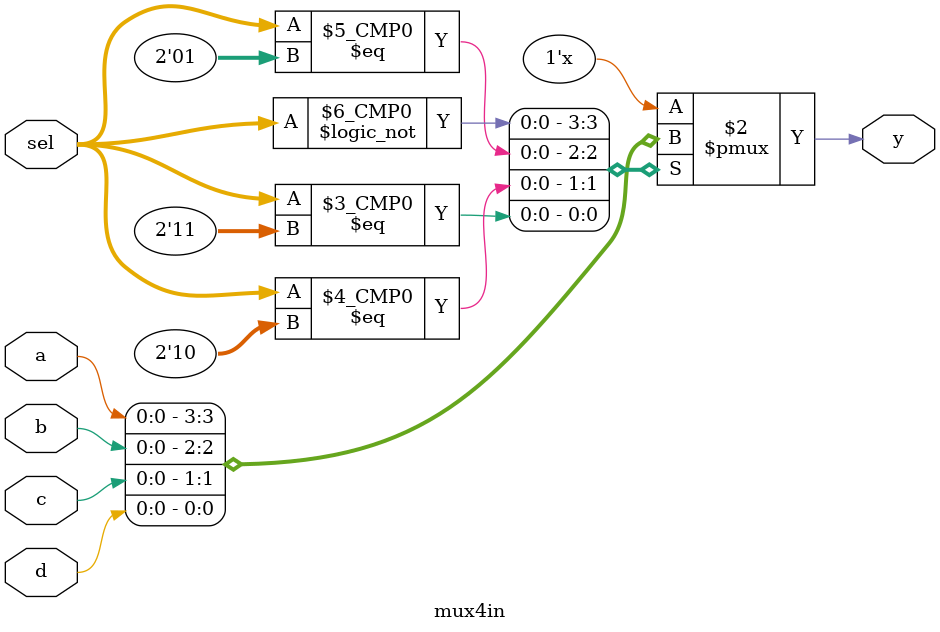
<source format=v>
module mux(input a,input b,input sel,output reg y);

always @(a or b or sel) begin
	case(sel)
		0: begin
			y <= a;
		end
		1: begin
			y <= b;
		end
		default y <= a;
	endcase
end

endmodule

module mux4in(	input a,
				input b,
				input c,
				input d,
				input[1:0] sel,
				output reg y);

always @(a or b or c or d or sel) begin
	case(sel)
		2'b00: y <= a;
		2'b01: y <= b;
		2'b10: y <= c;
		2'b11: y <= d;
	endcase
end

endmodule

</source>
